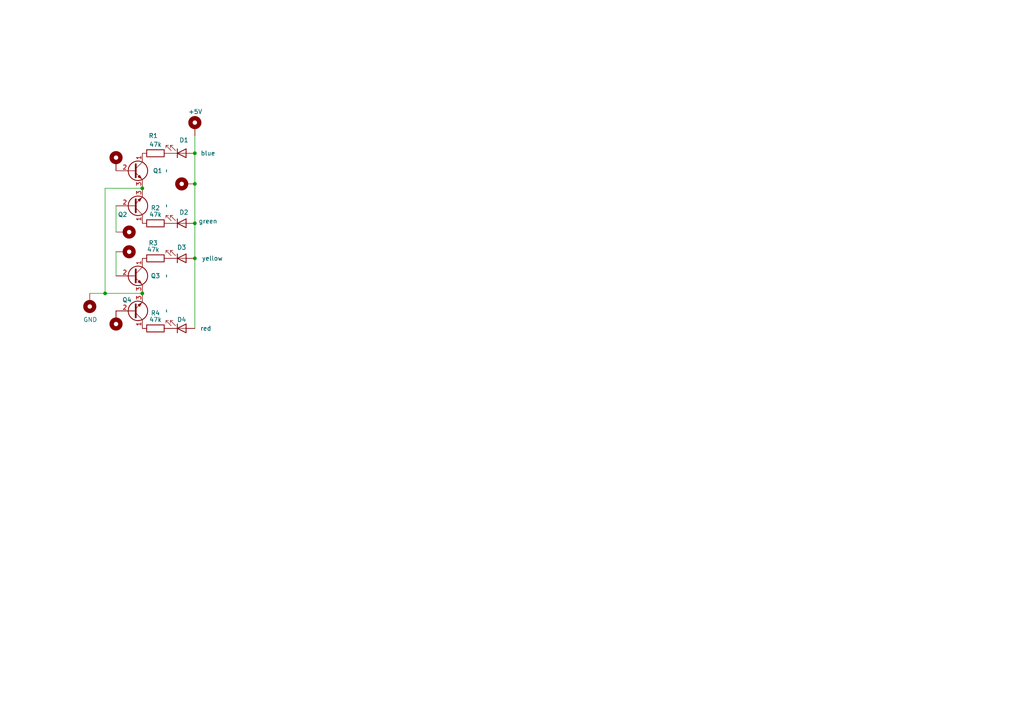
<source format=kicad_sch>
(kicad_sch (version 20231120) (generator "eeschema") (generator_version "8.0")
  (paper "A4")
  (lib_symbols
    (symbol "Device:LED" (pin_numbers hide) (pin_names (offset 1.016) hide)
      (property "Reference" "D" (at 0 2.54 0))
      (property "Value" "LED" (at 0 -2.54 0))
      (symbol "LED_0_1"
        (polyline (pts (xy -1.27 -1.27) (xy -1.27 1.27)) (stroke (width 0.254)))
        (polyline (pts (xy -1.27 0) (xy 1.27 0)))
        (polyline (pts (xy 1.27 -1.27) (xy 1.27 1.27) (xy -1.27 0) (xy 1.27 -1.27)) (stroke (width 0.254)))
        (polyline (pts (xy -3.048 -0.762) (xy -4.572 -2.286) (xy -3.81 -2.286) (xy -4.572 -2.286) (xy -4.572 -1.524)))
        (polyline (pts (xy -1.778 -0.762) (xy -3.302 -2.286) (xy -2.54 -2.286) (xy -3.302 -2.286) (xy -3.302 -1.524)))
      )
      (symbol "LED_1_1"
        (pin passive line (at -3.81 0 0) (length 2.54) (name "K") (number "1"))
        (pin passive line (at 3.81 0 180) (length 2.54) (name "A") (number "2"))
      )
    )
    (symbol "Device:R" (pin_numbers hide) (pin_names (offset 0))
      (property "Reference" "R" (at 2.032 0 90))
      (property "Value" "R" (at 0 0 90))
      (symbol "R_0_1"
        (rectangle (start -1.016 -2.54) (end 1.016 2.54) (stroke (width 0.254)))
      )
      (symbol "R_1_1"
        (pin passive line (at 0 3.81 270) (length 1.27) (name "~") (number "1"))
        (pin passive line (at 0 -3.81 90) (length 1.27) (name "~") (number "2"))
      )
    )
    (symbol "Mechanical:MountingHole_Pad" (pin_numbers hide) (pin_names (offset 1.016) hide) (exclude_from_sim yes) (in_bom no)
      (property "Reference" "H" (at 0 6.35 0))
      (property "Value" "MountingHole_Pad" (at 0 4.445 0))
      (symbol "MountingHole_Pad_0_1"
        (circle (center 0 1.27) (radius 1.27) (stroke (width 1.27)))
      )
      (symbol "MountingHole_Pad_1_1"
        (pin input line (at 0 -2.54 90) (length 2.54) (name "1") (number "1"))
      )
    )
    (symbol "Transistor_BJT:BC548" (pin_names (offset 0) hide)
      (property "Reference" "Q" (at 5.08 1.905 0))
      (property "Value" "BC548" (at 5.08 0 0))
      (symbol "BC548_0_1"
        (polyline (pts (xy 0 0) (xy 0.635 0)))
        (polyline (pts (xy 0.635 0.635) (xy 2.54 2.54)))
        (polyline (pts (xy 0.635 -0.635) (xy 2.54 -2.54) (xy 2.54 -2.54)))
        (polyline (pts (xy 0.635 1.905) (xy 0.635 -1.905) (xy 0.635 -1.905)) (stroke (width 0.508)))
        (polyline (pts (xy 1.27 -1.778) (xy 1.778 -1.27) (xy 2.286 -2.286) (xy 1.27 -1.778) (xy 1.27 -1.778)) (fill (type outline)))
        (circle (center 1.27 0) (radius 2.8194) (stroke (width 0.254)))
      )
      (symbol "BC548_1_1"
        (pin passive line (at 2.54 5.08 270) (length 2.54) (name "C") (number "1"))
        (pin input line (at -5.08 0 0) (length 5.08) (name "B") (number "2"))
        (pin passive line (at 2.54 -5.08 90) (length 2.54) (name "E") (number "3"))
      )
    )
  )
  (junction (at 41.275 54.61))
  (junction (at 56.515 44.45))
  (junction (at 56.515 74.93))
  (junction (at 41.275 85.09))
  (junction (at 30.48 85.09))
  (junction (at 56.515 53.34))
  (junction (at 56.515 64.77))
  (wire (pts (xy 41.275 85.09) (xy 30.48 85.09)))
  (wire (pts (xy 33.655 59.69) (xy 33.655 67.31)))
  (wire (pts (xy 33.655 73.025) (xy 33.655 80.01)))
  (wire (pts (xy 56.515 39.37) (xy 56.515 44.45)))
  (wire (pts (xy 56.515 64.77) (xy 56.515 74.93)))
  (wire (pts (xy 56.515 53.34) (xy 56.515 64.77)))
  (wire (pts (xy 56.515 44.45) (xy 56.515 53.34)))
  (wire (pts (xy 56.515 74.93) (xy 56.515 95.25)))
  (wire (pts (xy 30.48 54.61) (xy 41.275 54.61)))
  (wire (pts (xy 26.035 85.09) (xy 30.48 85.09)))
  (wire (pts (xy 30.48 54.61) (xy 30.48 85.09)))
  (symbol (lib_id "Device:LED") (at 52.705 44.45 0) (mirror x) (unit 1)
    (property "Reference" "D1" (at 53.34 40.64 0))
    (property "Value" "blue" (at 60.325 44.45 0))
    (property "Footprint" "LED_THT:LED_D5.0mm" (effects (hide yes)))
    (property "Description" "Light emitting diode" (effects (hide yes)))
  )
  (symbol (lib_id "Mechanical:MountingHole_Pad") (at 26.035 87.63 0) (mirror x) (unit 1) (exclude_from_sim yes) (in_bom no)
    (property "Reference" "H5" (effects (hide yes)))
    (property "Value" "GND" (at 24.13 92.71 0) (effects (justify left)))
    (property "Footprint" "Connector_Wire:SolderWire-0.5sqmm_1x01_D0.9mm_OD2.1mm" (effects (hide yes)))
    (property "Description" "Mounting Hole with connection" (effects (hide yes)))
  )
  (symbol (lib_id "Transistor_BJT:BC548") (at 38.735 80.01 0) (unit 1)
    (property "Reference" "Q3" (at 45.085 80.01 0))
    (property "Value" "~" (at 48.26 80.01 90))
    (property "Footprint" "Package_TO_SOT_THT:TO-92_Inline" (effects (hide yes)))
    (property "Datasheet" "https://www.onsemi.com/pub/Collateral/BC550-D.pdf" (effects (hide yes)))
    (property "Description" "0.1A Ic, 30V Vce, Small Signal NPN Transistor, TO-92" (effects (hide yes)))
  )
  (symbol (lib_id "Device:LED") (at 52.705 74.93 0) (mirror x) (unit 1)
    (property "Reference" "D3" (at 52.705 71.755 0))
    (property "Value" "yellow" (at 61.595 74.93 0))
    (property "Footprint" "LED_THT:LED_D5.0mm" (effects (hide yes)))
    (property "Description" "Light emitting diode" (effects (hide yes)))
  )
  (symbol (lib_id "Device:LED") (at 52.705 95.25 0) (mirror x) (unit 1)
    (property "Reference" "D4" (at 52.705 92.71 0))
    (property "Value" "red" (at 59.69 95.25 0))
    (property "Footprint" "LED_THT:LED_D5.0mm" (effects (hide yes)))
    (property "Description" "Light emitting diode" (effects (hide yes)))
  )
  (symbol (lib_id "Device:R") (at 45.085 64.77 270) (unit 1)
    (property "Reference" "R2" (at 45.085 60.325 90))
    (property "Value" "47k" (at 45.085 62.23 90))
    (property "Footprint" "Resistor_THT:R_Axial_DIN0204_L3.6mm_D1.6mm_P5.08mm_Horizontal" (effects (hide yes)))
    (property "Description" "Resistor" (effects (hide yes)))
  )
  (symbol (lib_id "Mechanical:MountingHole_Pad") (at 56.515 36.83 0) (unit 1) (exclude_from_sim yes) (in_bom no)
    (property "Reference" "H7" (effects (hide yes)))
    (property "Value" "+5V" (at 54.61 32.385 0) (effects (justify left)))
    (property "Footprint" "Connector_Wire:SolderWire-0.5sqmm_1x01_D0.9mm_OD2.1mm" (effects (hide yes)))
    (property "Description" "Mounting Hole with connection" (effects (hide yes)))
  )
  (symbol (lib_id "Mechanical:MountingHole_Pad") (at 53.975 53.34 90) (mirror x) (unit 1) (exclude_from_sim yes) (in_bom no)
    (property "Reference" "H6" (effects (hide yes)))
    (property "Value" "MountingHole_Pad" (effects (hide yes)))
    (property "Footprint" "Connector_Wire:SolderWire-0.5sqmm_1x01_D0.9mm_OD2.1mm" (effects (hide yes)))
    (property "Description" "Mounting Hole with connection" (effects (hide yes)))
  )
  (symbol (lib_id "Mechanical:MountingHole_Pad") (at 36.195 67.31 270) (mirror x) (unit 1) (exclude_from_sim yes) (in_bom no)
    (property "Reference" "H2" (effects (hide yes)))
    (property "Value" "MountingHole_Pad" (effects (hide yes)))
    (property "Footprint" "Connector_Wire:SolderWire-0.5sqmm_1x01_D0.9mm_OD2.1mm" (effects (hide yes)))
    (property "Description" "Mounting Hole with connection" (effects (hide yes)))
  )
  (symbol (lib_id "Device:R") (at 45.085 44.45 270) (unit 1)
    (property "Reference" "R1" (at 44.45 39.37 90))
    (property "Value" "47k" (at 45.085 41.91 90))
    (property "Footprint" "Resistor_THT:R_Axial_DIN0204_L3.6mm_D1.6mm_P5.08mm_Horizontal" (effects (hide yes)))
    (property "Description" "Resistor" (effects (hide yes)))
  )
  (symbol (lib_id "Mechanical:MountingHole_Pad") (at 33.655 92.71 0) (mirror x) (unit 1) (exclude_from_sim yes) (in_bom no)
    (property "Reference" "H4" (effects (hide yes)))
    (property "Value" "MountingHole_Pad" (effects (hide yes)))
    (property "Footprint" "Connector_Wire:SolderWire-0.5sqmm_1x01_D0.9mm_OD2.1mm" (effects (hide yes)))
    (property "Description" "Mounting Hole with connection" (effects (hide yes)))
  )
  (symbol (lib_id "Transistor_BJT:BC548") (at 38.735 90.17 0) (mirror x) (unit 1)
    (property "Reference" "Q4" (at 36.83 86.995 0))
    (property "Value" "~" (at 48.26 90.17 90))
    (property "Footprint" "Package_TO_SOT_THT:TO-92_Inline" (effects (hide yes)))
    (property "Datasheet" "https://www.onsemi.com/pub/Collateral/BC550-D.pdf" (effects (hide yes)))
    (property "Description" "0.1A Ic, 30V Vce, Small Signal NPN Transistor, TO-92" (effects (hide yes)))
  )
  (symbol (lib_id "Mechanical:MountingHole_Pad") (at 33.655 46.99 0) (unit 1) (exclude_from_sim yes) (in_bom no)
    (property "Reference" "H1" (effects (hide yes)))
    (property "Value" "MountingHole_Pad" (effects (hide yes)))
    (property "Footprint" "Connector_Wire:SolderWire-0.5sqmm_1x01_D0.9mm_OD2.1mm" (effects (hide yes)))
    (property "Description" "Mounting Hole with connection" (effects (hide yes)))
  )
  (symbol (lib_id "Device:LED") (at 52.705 64.77 0) (mirror x) (unit 1)
    (property "Reference" "D2" (at 53.34 61.595 0))
    (property "Value" "green" (at 60.325 64.135 0))
    (property "Footprint" "LED_THT:LED_D5.0mm" (effects (hide yes)))
    (property "Description" "Light emitting diode" (effects (hide yes)))
  )
  (symbol (lib_id "Mechanical:MountingHole_Pad") (at 36.195 73.025 270) (mirror x) (unit 1) (exclude_from_sim yes) (in_bom no)
    (property "Reference" "H3" (effects (hide yes)))
    (property "Value" "MountingHole_Pad" (effects (hide yes)))
    (property "Footprint" "Connector_Wire:SolderWire-0.5sqmm_1x01_D0.9mm_OD2.1mm" (effects (hide yes)))
    (property "Description" "Mounting Hole with connection" (effects (hide yes)))
  )
  (symbol (lib_id "Transistor_BJT:BC548") (at 38.735 49.53 0) (unit 1)
    (property "Reference" "Q1" (at 45.72 49.53 0))
    (property "Value" "~" (at 48.26 49.53 90))
    (property "Footprint" "Package_TO_SOT_THT:TO-92_Inline" (effects (hide yes)))
    (property "Datasheet" "https://www.onsemi.com/pub/Collateral/BC550-D.pdf" (effects (hide yes)))
    (property "Description" "0.1A Ic, 30V Vce, Small Signal NPN Transistor, TO-92" (effects (hide yes)))
  )
  (symbol (lib_id "Device:R") (at 45.085 74.93 270) (unit 1)
    (property "Reference" "R3" (at 44.45 70.485 90))
    (property "Value" "47k" (at 44.45 72.39 90))
    (property "Footprint" "Resistor_THT:R_Axial_DIN0204_L3.6mm_D1.6mm_P5.08mm_Horizontal" (effects (hide yes)))
    (property "Description" "Resistor" (effects (hide yes)))
  )
  (symbol (lib_id "Transistor_BJT:BC548") (at 38.735 59.69 0) (mirror x) (unit 1)
    (property "Reference" "Q2" (at 35.56 62.23 0))
    (property "Value" "~" (at 48.26 59.69 90))
    (property "Footprint" "Package_TO_SOT_THT:TO-92_Inline" (effects (hide yes)))
    (property "Datasheet" "https://www.onsemi.com/pub/Collateral/BC550-D.pdf" (effects (hide yes)))
    (property "Description" "0.1A Ic, 30V Vce, Small Signal NPN Transistor, TO-92" (effects (hide yes)))
  )
  (symbol (lib_id "Device:R") (at 45.085 95.25 270) (unit 1)
    (property "Reference" "R4" (at 45.085 90.805 90))
    (property "Value" "47k" (at 45.085 92.71 90))
    (property "Footprint" "Resistor_THT:R_Axial_DIN0204_L3.6mm_D1.6mm_P5.08mm_Horizontal" (effects (hide yes)))
    (property "Description" "Resistor" (effects (hide yes)))
  )
)
</source>
